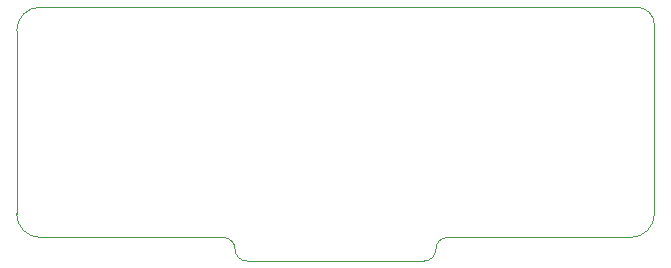
<source format=gbr>
%TF.GenerationSoftware,KiCad,Pcbnew,(6.0.5-0)*%
%TF.CreationDate,2022-10-30T13:02:09-07:00*%
%TF.ProjectId,hdmi-trident,68646d69-2d74-4726-9964-656e742e6b69,rev?*%
%TF.SameCoordinates,PX754d4c0PY6590fa0*%
%TF.FileFunction,Profile,NP*%
%FSLAX46Y46*%
G04 Gerber Fmt 4.6, Leading zero omitted, Abs format (unit mm)*
G04 Created by KiCad (PCBNEW (6.0.5-0)) date 2022-10-30 13:02:09*
%MOMM*%
%LPD*%
G01*
G04 APERTURE LIST*
%TA.AperFunction,Profile*%
%ADD10C,0.100000*%
%TD*%
G04 APERTURE END LIST*
D10*
X36500000Y2000000D02*
G75*
G03*
X35500000Y1000000I0J-1000000D01*
G01*
X34500000Y0D02*
G75*
G03*
X35500000Y1000000I0J1000000D01*
G01*
X18500000Y1000000D02*
G75*
G03*
X17500000Y2000000I-1000000J0D01*
G01*
X18500000Y1000000D02*
G75*
G03*
X19500000Y0I1000000J0D01*
G01*
X17500000Y2000000D02*
X2000000Y2000000D01*
X52000000Y2000000D02*
G75*
G03*
X54000000Y4000000I0J2000000D01*
G01*
X54000000Y20000000D02*
X54000000Y4000000D01*
X36500000Y2000000D02*
X52000000Y2000000D01*
X54000000Y20000000D02*
G75*
G03*
X52500000Y21500000I-1500000J0D01*
G01*
X2000000Y21500000D02*
G75*
G03*
X0Y19500000I0J-2000000D01*
G01*
X34500000Y0D02*
X19500000Y0D01*
X2000000Y21500000D02*
X52500000Y21500000D01*
X0Y4000000D02*
X0Y19500000D01*
X0Y4000000D02*
G75*
G03*
X2000000Y2000000I2000000J0D01*
G01*
M02*

</source>
